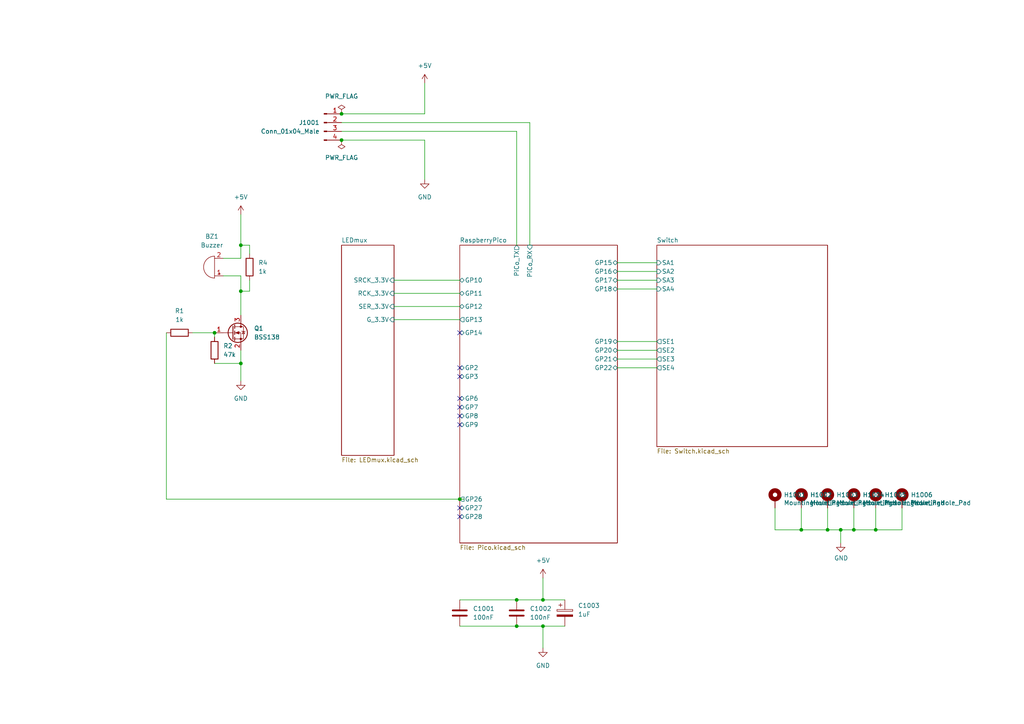
<source format=kicad_sch>
(kicad_sch (version 20211123) (generator eeschema)
  (paper "A4")
  (lib_symbols
    (symbol "Connector:Conn_01x04_Male" (pin_names (offset 1.016) hide)
      (property "Reference" "J1001" (at -1.27 0.0001 0))
      (property "Value" "Conn_01x04_Male" (at -1.27 -2.5399 0))
      (symbol "Conn_01x04_Male_1_1"
        (polyline (pts (xy 1.27 -5.08) (xy 0.8636 -5.08)) (stroke (width 0.1524)))
        (polyline (pts (xy 1.27 -2.54) (xy 0.8636 -2.54)) (stroke (width 0.1524)))
        (polyline (pts (xy 1.27 0) (xy 0.8636 0)) (stroke (width 0.1524)))
        (polyline (pts (xy 1.27 2.54) (xy 0.8636 2.54)) (stroke (width 0.1524)))
        (rectangle (start 0.8636 -4.953) (end 0 -5.207) (stroke (width 0.1524)) (fill (type outline)))
        (rectangle (start 0.8636 -2.413) (end 0 -2.667) (stroke (width 0.1524)) (fill (type outline)))
        (rectangle (start 0.8636 0.127) (end 0 -0.127) (stroke (width 0.1524)) (fill (type outline)))
        (rectangle (start 0.8636 2.667) (end 0 2.413) (stroke (width 0.1524)) (fill (type outline)))
        (pin power_in line (at 5.08 2.54 180) (length 3.81) (name "Pin_1") (number "1"))
        (pin passive line (at 5.08 0 180) (length 3.81) (name "Pin_2") (number "2"))
        (pin passive line (at 5.08 -2.54 180) (length 3.81) (name "Pin_3") (number "3"))
        (pin power_in line (at 5.08 -5.08 180) (length 3.81) (name "Pin_4") (number "4"))
      )
    )
    (symbol "Device:Buzzer" (pin_names (offset 0.0254) hide)
      (property "Reference" "BZ" (at 3.81 1.27 0))
      (property "Value" "Buzzer" (at 3.81 -1.27 0))
      (symbol "Buzzer_0_1"
        (arc (start 0 -3.175) (mid 3.175 0) (end 0 3.175))
        (polyline (pts (xy -1.651 1.905) (xy -1.143 1.905)))
        (polyline (pts (xy -1.397 2.159) (xy -1.397 1.651)))
        (polyline (pts (xy 0 3.175) (xy 0 -3.175)))
      )
      (symbol "Buzzer_1_1"
        (pin passive line (at -2.54 2.54 0) (length 2.54) (name "-") (number "1"))
        (pin passive line (at -2.54 -2.54 0) (length 2.54) (name "+") (number "2"))
      )
    )
    (symbol "Device:C" (pin_numbers hide) (pin_names (offset 0.254))
      (property "Reference" "C" (at 0.635 2.54 0))
      (property "Value" "C" (at 0.635 -2.54 0))
      (symbol "C_0_1"
        (polyline (pts (xy -2.032 -0.762) (xy 2.032 -0.762)) (stroke (width 0.508)))
        (polyline (pts (xy -2.032 0.762) (xy 2.032 0.762)) (stroke (width 0.508)))
      )
      (symbol "C_1_1"
        (pin passive line (at 0 3.81 270) (length 2.794) (name "~") (number "1"))
        (pin passive line (at 0 -3.81 90) (length 2.794) (name "~") (number "2"))
      )
    )
    (symbol "Device:C_Polarized" (pin_numbers hide) (pin_names (offset 0.254))
      (property "Reference" "C" (at 0.635 2.54 0))
      (property "Value" "C_Polarized" (at 0.635 -2.54 0))
      (symbol "C_Polarized_0_1"
        (rectangle (start -2.286 0.508) (end 2.286 1.016))
        (polyline (pts (xy -1.778 2.286) (xy -0.762 2.286)))
        (polyline (pts (xy -1.27 2.794) (xy -1.27 1.778)))
        (rectangle (start 2.286 -0.508) (end -2.286 -1.016) (fill (type outline)))
      )
      (symbol "C_Polarized_1_1"
        (pin passive line (at 0 3.81 270) (length 2.794) (name "~") (number "1"))
        (pin passive line (at 0 -3.81 90) (length 2.794) (name "~") (number "2"))
      )
    )
    (symbol "Device:R" (pin_numbers hide) (pin_names (offset 0))
      (property "Reference" "R" (at 2.032 0 90))
      (property "Value" "R" (at 0 0 90))
      (symbol "R_0_1"
        (rectangle (start -1.016 -2.54) (end 1.016 2.54) (stroke (width 0.254)))
      )
      (symbol "R_1_1"
        (pin passive line (at 0 3.81 270) (length 1.27) (name "~") (number "1"))
        (pin passive line (at 0 -3.81 90) (length 1.27) (name "~") (number "2"))
      )
    )
    (symbol "Mechanical:MountingHole_Pad" (pin_numbers hide) (pin_names (offset 1.016) hide)
      (property "Reference" "H" (at 0 6.35 0))
      (property "Value" "MountingHole_Pad" (at 0 4.445 0))
      (symbol "MountingHole_Pad_0_1"
        (circle (center 0 1.27) (radius 1.27) (stroke (width 1.27)))
      )
      (symbol "MountingHole_Pad_1_1"
        (pin input line (at 0 -2.54 90) (length 2.54) (name "1") (number "1"))
      )
    )
    (symbol "Transistor_FET:BSS138" (pin_names hide)
      (property "Reference" "Q" (at 5.08 1.905 0))
      (property "Value" "BSS138" (at 5.08 0 0))
      (symbol "BSS138_0_1"
        (polyline (pts (xy 0.254 0) (xy -2.54 0)))
        (polyline (pts (xy 0.254 1.905) (xy 0.254 -1.905)) (stroke (width 0.254)))
        (polyline (pts (xy 0.762 -1.27) (xy 0.762 -2.286)) (stroke (width 0.254)))
        (polyline (pts (xy 0.762 0.508) (xy 0.762 -0.508)) (stroke (width 0.254)))
        (polyline (pts (xy 0.762 2.286) (xy 0.762 1.27)) (stroke (width 0.254)))
        (polyline (pts (xy 2.54 2.54) (xy 2.54 1.778)))
        (polyline (pts (xy 2.54 -2.54) (xy 2.54 0) (xy 0.762 0)))
        (polyline (pts (xy 0.762 -1.778) (xy 3.302 -1.778) (xy 3.302 1.778) (xy 0.762 1.778)))
        (polyline (pts (xy 1.016 0) (xy 2.032 0.381) (xy 2.032 -0.381) (xy 1.016 0)) (fill (type outline)))
        (polyline (pts (xy 2.794 0.508) (xy 2.921 0.381) (xy 3.683 0.381) (xy 3.81 0.254)))
        (polyline (pts (xy 3.302 0.381) (xy 2.921 -0.254) (xy 3.683 -0.254) (xy 3.302 0.381)))
        (circle (center 1.651 0) (radius 2.794) (stroke (width 0.254)))
        (circle (center 2.54 -1.778) (radius 0.254) (fill (type outline)))
        (circle (center 2.54 1.778) (radius 0.254) (fill (type outline)))
      )
      (symbol "BSS138_1_1"
        (pin input line (at -5.08 0 0) (length 2.54) (name "G") (number "1"))
        (pin passive line (at 2.54 -5.08 90) (length 2.54) (name "S") (number "2"))
        (pin passive line (at 2.54 5.08 270) (length 2.54) (name "D") (number "3"))
      )
    )
    (symbol "power:+5V" (power) (pin_names (offset 0))
      (property "Value" "+5V" (at 0 3.556 0))
      (symbol "+5V_0_1"
        (polyline (pts (xy -0.762 1.27) (xy 0 2.54)))
        (polyline (pts (xy 0 0) (xy 0 2.54)))
        (polyline (pts (xy 0 2.54) (xy 0.762 1.27)))
      )
      (symbol "+5V_1_1"
        (pin power_in line (at 0 0 90) (length 0) hide (name "+5V") (number "1"))
      )
    )
    (symbol "power:GND" (power) (pin_names (offset 0))
      (property "Value" "GND" (at 0 -3.81 0))
      (symbol "GND_0_1"
        (polyline (pts (xy 0 0) (xy 0 -1.27) (xy 1.27 -1.27) (xy 0 -2.54) (xy -1.27 -1.27) (xy 0 -1.27)))
      )
      (symbol "GND_1_1"
        (pin power_in line (at 0 0 270) (length 0) hide (name "GND") (number "1"))
      )
    )
    (symbol "power:PWR_FLAG" (power) (pin_numbers hide) (pin_names (offset 0) hide)
      (property "Value" "PWR_FLAG" (at 0 3.81 0))
      (symbol "PWR_FLAG_0_0"
        (pin power_out line (at 0 0 90) (length 0) (name "pwr") (number "1"))
      )
      (symbol "PWR_FLAG_0_1"
        (polyline (pts (xy 0 0) (xy 0 1.27) (xy -1.016 1.905) (xy 0 2.54) (xy 1.016 1.905) (xy 0 1.27)))
      )
    )
  )
  (junction (at 243.84 153.67))
  (junction (at 254 153.67))
  (junction (at 247.65 153.67))
  (junction (at 62.23 96.52))
  (junction (at 232.41 153.67))
  (junction (at 149.86 181.61))
  (junction (at 157.48 181.61))
  (junction (at 99.06 40.64))
  (junction (at 149.86 173.99))
  (junction (at 240.03 153.67))
  (junction (at 133.35 144.78))
  (junction (at 99.06 33.02))
  (junction (at 69.85 105.41))
  (junction (at 157.48 173.99))
  (junction (at 69.85 84.455))
  (junction (at 69.85 71.12))
  (no_connect (at 133.35 106.68))
  (no_connect (at 133.35 118.11))
  (no_connect (at 133.35 149.86))
  (no_connect (at 133.35 96.52))
  (no_connect (at 133.35 120.65))
  (no_connect (at 133.35 123.19))
  (no_connect (at 133.35 115.57))
  (no_connect (at 133.35 109.22))
  (no_connect (at 133.35 147.32))
  (wire (pts (xy 69.85 71.12) (xy 69.85 74.93)))
  (wire (pts (xy 232.41 153.67) (xy 240.03 153.67)))
  (wire (pts (xy 64.77 80.01) (xy 69.85 80.01)))
  (wire (pts (xy 243.84 153.67) (xy 243.84 157.48)))
  (wire (pts (xy 48.26 144.78) (xy 48.26 96.52)))
  (wire (pts (xy 69.85 101.6) (xy 69.85 105.41)))
  (wire (pts (xy 179.07 81.28) (xy 190.5 81.28)))
  (wire (pts (xy 224.79 147.32) (xy 224.79 153.67)))
  (wire (pts (xy 149.86 173.99) (xy 157.48 173.99)))
  (wire (pts (xy 99.06 38.1) (xy 149.86 38.1)))
  (wire (pts (xy 62.23 105.41) (xy 69.85 105.41)))
  (wire (pts (xy 123.19 33.02) (xy 123.19 24.13)))
  (wire (pts (xy 72.39 73.66) (xy 72.39 71.12)))
  (wire (pts (xy 254 153.67) (xy 261.62 153.67)))
  (wire (pts (xy 99.06 35.56) (xy 153.67 35.56)))
  (wire (pts (xy 240.03 147.32) (xy 240.03 153.67)))
  (wire (pts (xy 157.48 167.64) (xy 157.48 173.99)))
  (wire (pts (xy 243.84 153.67) (xy 247.65 153.67)))
  (wire (pts (xy 179.07 106.68) (xy 190.5 106.68)))
  (wire (pts (xy 114.3 85.09) (xy 133.35 85.09)))
  (wire (pts (xy 72.39 71.12) (xy 69.85 71.12)))
  (wire (pts (xy 72.39 84.455) (xy 69.85 84.455)))
  (wire (pts (xy 114.3 88.9) (xy 133.35 88.9)))
  (wire (pts (xy 232.41 147.32) (xy 232.41 153.67)))
  (wire (pts (xy 69.85 105.41) (xy 69.85 110.49)))
  (wire (pts (xy 133.35 144.78) (xy 48.26 144.78)))
  (wire (pts (xy 247.65 153.67) (xy 254 153.67)))
  (wire (pts (xy 179.07 78.74) (xy 190.5 78.74)))
  (wire (pts (xy 72.39 81.28) (xy 72.39 84.455)))
  (wire (pts (xy 179.07 76.2) (xy 190.5 76.2)))
  (wire (pts (xy 133.35 173.99) (xy 149.86 173.99)))
  (wire (pts (xy 62.23 96.52) (xy 62.23 97.79)))
  (wire (pts (xy 261.62 153.67) (xy 261.62 147.32)))
  (wire (pts (xy 114.3 92.71) (xy 133.35 92.71)))
  (wire (pts (xy 240.03 153.67) (xy 243.84 153.67)))
  (wire (pts (xy 149.86 181.61) (xy 157.48 181.61)))
  (wire (pts (xy 149.86 38.1) (xy 149.86 71.12)))
  (wire (pts (xy 69.85 62.23) (xy 69.85 71.12)))
  (wire (pts (xy 254 147.32) (xy 254 153.67)))
  (wire (pts (xy 179.07 83.82) (xy 190.5 83.82)))
  (wire (pts (xy 123.19 40.64) (xy 123.19 52.07)))
  (wire (pts (xy 99.06 40.64) (xy 123.19 40.64)))
  (wire (pts (xy 179.07 99.06) (xy 190.5 99.06)))
  (wire (pts (xy 179.07 101.6) (xy 190.5 101.6)))
  (wire (pts (xy 157.48 181.61) (xy 163.83 181.61)))
  (wire (pts (xy 55.88 96.52) (xy 62.23 96.52)))
  (wire (pts (xy 69.85 80.01) (xy 69.85 84.455)))
  (wire (pts (xy 179.07 104.14) (xy 190.5 104.14)))
  (wire (pts (xy 247.65 147.32) (xy 247.65 153.67)))
  (wire (pts (xy 157.48 181.61) (xy 157.48 187.96)))
  (wire (pts (xy 133.35 181.61) (xy 149.86 181.61)))
  (wire (pts (xy 69.85 84.455) (xy 69.85 91.44)))
  (wire (pts (xy 153.67 35.56) (xy 153.67 71.12)))
  (wire (pts (xy 224.79 153.67) (xy 232.41 153.67)))
  (wire (pts (xy 99.06 33.02) (xy 123.19 33.02)))
  (wire (pts (xy 134.62 144.78) (xy 133.35 144.78)))
  (wire (pts (xy 114.3 81.28) (xy 133.35 81.28)))
  (wire (pts (xy 157.48 173.99) (xy 163.83 173.99)))
  (wire (pts (xy 69.85 74.93) (xy 64.77 74.93)))
  (symbol (lib_id "Mechanical:MountingHole_Pad") (at 224.79 144.78 0) (unit 1) (in_bom no)
    (property "Reference" "H1001" (at 227.33 143.5354 0) (effects (justify left)))
    (property "Value" "MountingHole_Pad" (at 227.33 145.8468 0) (effects (justify left)))
    (property "Footprint" "MountingHole:MountingHole_3.5mm_Pad_Via" (effects hide))
  )
  (symbol (lib_id "Mechanical:MountingHole_Pad") (at 232.41 144.78 0) (unit 1) (in_bom no)
    (property "Reference" "H1002" (at 234.95 143.5354 0) (effects (justify left)))
    (property "Value" "MountingHole_Pad" (at 234.95 145.8468 0) (effects (justify left)))
    (property "Footprint" "MountingHole:MountingHole_3.5mm_Pad_Via" (effects hide))
  )
  (symbol (lib_id "Mechanical:MountingHole_Pad") (at 240.03 144.78 0) (unit 1) (in_bom no)
    (property "Reference" "H1003" (at 242.57 143.5354 0) (effects (justify left)))
    (property "Value" "MountingHole_Pad" (at 242.57 145.8468 0) (effects (justify left)))
    (property "Footprint" "MountingHole:MountingHole_3.5mm_Pad_Via" (effects hide))
  )
  (symbol (lib_id "Mechanical:MountingHole_Pad") (at 247.65 144.78 0) (unit 1) (in_bom no)
    (property "Reference" "H1004" (at 250.19 143.5354 0) (effects (justify left)))
    (property "Value" "MountingHole_Pad" (at 250.19 145.8468 0) (effects (justify left)))
    (property "Footprint" "MountingHole:MountingHole_3.5mm_Pad_Via" (effects hide))
  )
  (symbol (lib_id "Mechanical:MountingHole_Pad") (at 254 144.78 0) (unit 1)
    (property "Reference" "H1005" (at 256.54 143.5354 0) (effects (justify left)))
    (property "Value" "MountingHole_Pad" (at 256.54 145.8468 0) (effects (justify left)))
    (property "Footprint" "MountingHole:MountingHole_3.5mm_Pad_Via" (effects hide))
  )
  (symbol (lib_id "Mechanical:MountingHole_Pad") (at 261.62 144.78 0) (unit 1) (in_bom no)
    (property "Reference" "H1006" (at 264.16 143.5354 0) (effects (justify left)))
    (property "Value" "MountingHole_Pad" (at 264.16 145.8468 0) (effects (justify left)))
    (property "Footprint" "MountingHole:MountingHole_3.5mm_Pad_Via" (effects hide))
  )
  (symbol (lib_id "power:GND") (at 243.84 157.48 0) (unit 1)
    (property "Reference" "#PWR01003" (effects hide))
    (property "Value" "GND" (at 243.967 161.8742 0))
  )
  (symbol (lib_id "Device:R") (at 62.23 101.6 0) (unit 1)
    (property "Reference" "R2" (at 64.77 100.3299 0) (effects (justify left)))
    (property "Value" "47k" (at 64.77 102.8699 0) (effects (justify left)))
    (property "Footprint" "Resistor_SMD:R_0805_2012Metric_Pad1.20x1.40mm_HandSolder" (effects hide))
    (property "LCSC Part" "C17713" (effects hide))
  )
  (symbol (lib_id "Device:C") (at 133.35 177.8 0) (unit 1)
    (property "Reference" "C1001" (at 137.16 176.5299 0) (effects (justify left)))
    (property "Value" "100nF" (at 137.16 179.0699 0) (effects (justify left)))
    (property "Footprint" "Capacitor_SMD:C_0805_2012Metric_Pad1.18x1.45mm_HandSolder" (effects hide))
    (property "LCSC Part" "C49678" (effects hide))
  )
  (symbol (lib_id "power:GND") (at 123.19 52.07 0) (unit 1)
    (property "Reference" "#PWR01002" (effects hide))
    (property "Value" "GND" (at 123.19 57.15 0))
  )
  (symbol (lib_id "Transistor_FET:BSS138") (at 67.31 96.52 0) (unit 1)
    (property "Reference" "Q1" (at 73.66 95.2499 0) (effects (justify left)))
    (property "Value" "BSS138" (at 73.66 97.7899 0) (effects (justify left)))
    (property "Footprint" "Package_TO_SOT_SMD:SOT-23" (effects hide))
    (property "Datasheet" "https://www.onsemi.com/pub/Collateral/BSS138-D.PDF" (effects hide))
    (property "LCSC Part" "C3040446" (effects hide))
  )
  (symbol (lib_id "power:+5V") (at 69.85 62.23 0) (unit 1)
    (property "Reference" "#PWR01" (effects hide))
    (property "Value" "+5V" (at 69.85 57.15 0))
  )
  (symbol (lib_id "Device:C_Polarized") (at 163.83 177.8 0) (unit 1)
    (property "Reference" "C1003" (at 167.64 175.6409 0) (effects (justify left)))
    (property "Value" "1uF" (at 167.64 178.1809 0) (effects (justify left)))
    (property "Footprint" "Capacitor_SMD:C_0805_2012Metric_Pad1.18x1.45mm_HandSolder" (effects hide))
    (property "LCSC Part" "C28323" (effects hide))
  )
  (symbol (lib_id "power:GND") (at 69.85 110.49 0) (unit 1)
    (property "Reference" "#PWR0104" (effects hide))
    (property "Value" "GND" (at 69.85 115.57 0))
  )
  (symbol (lib_id "power:+5V") (at 123.19 24.13 0) (unit 1)
    (property "Reference" "#PWR01001" (effects hide))
    (property "Value" "+5V" (at 123.19 19.05 0))
  )
  (symbol (lib_id "power:+5V") (at 157.48 167.64 0) (unit 1)
    (property "Reference" "#PWR01004" (effects hide))
    (property "Value" "+5V" (at 157.48 162.56 0))
  )
  (symbol (lib_id "Device:Buzzer") (at 62.23 77.47 180) (unit 1)
    (property "Reference" "BZ1" (at 61.468 68.58 0))
    (property "Value" "Buzzer" (at 61.468 71.12 0))
    (property "Footprint" "Buzzer_Beeper:Buzzer_12x9.5RM7.6" (effects hide))
    (property "LCSC Part" "C96491" (effects hide))
  )
  (symbol (lib_id "power:PWR_FLAG") (at 99.06 40.64 0) (mirror x) (unit 1)
    (property "Reference" "#FLG0102" (effects hide))
    (property "Value" "PWR_FLAG" (at 99.06 45.72 0))
  )
  (symbol (lib_id "power:PWR_FLAG") (at 99.06 33.02 0) (unit 1)
    (property "Reference" "#FLG0101" (effects hide))
    (property "Value" "PWR_FLAG" (at 99.06 27.94 0))
  )
  (symbol (lib_id "Device:R") (at 52.07 96.52 90) (unit 1)
    (property "Reference" "R1" (at 52.07 90.17 90))
    (property "Value" "1k" (at 52.07 92.71 90))
    (property "Footprint" "Resistor_SMD:R_0805_2012Metric_Pad1.20x1.40mm_HandSolder" (effects hide))
    (property "LCSC Part" "C17513" (effects hide))
  )
  (symbol (lib_id "Device:C") (at 149.86 177.8 0) (unit 1)
    (property "Reference" "C1002" (at 153.67 176.5299 0) (effects (justify left)))
    (property "Value" "100nF" (at 153.67 179.0699 0) (effects (justify left)))
    (property "Footprint" "Capacitor_SMD:C_0805_2012Metric_Pad1.18x1.45mm_HandSolder" (effects hide))
    (property "LCSC Part" "C49678" (effects hide))
  )
  (symbol (lib_id "Connector:Conn_01x04_Male") (at 93.98 35.56 0) (unit 1)
    (property "Reference" "J1001" (at 92.71 35.5599 0) (effects (justify right)))
    (property "Value" "Conn_01x04_Male" (at 92.71 38.0999 0) (effects (justify right)))
    (property "Footprint" "Connector_JST:JST_XH_B4B-XH-A_1x04_P2.50mm_Vertical" (effects hide))
    (property "LCSC Part" "C2908602" (effects hide))
  )
  (symbol (lib_id "power:GND") (at 157.48 187.96 0) (unit 1)
    (property "Reference" "#PWR01005" (effects hide))
    (property "Value" "GND" (at 157.48 193.04 0))
  )
  (symbol (lib_id "Device:R") (at 72.39 77.47 180) (unit 1)
    (property "Reference" "R4" (at 74.93 76.1999 0) (effects (justify right)))
    (property "Value" "1k" (at 74.93 78.7399 0) (effects (justify right)))
    (property "Footprint" "Resistor_SMD:R_0805_2012Metric_Pad1.20x1.40mm_HandSolder" (effects hide))
    (property "LCSC Part" "C17513" (effects hide))
  )
  (sheet (at 190.5 71.12) (size 49.53 58.42) (stroke (width 0.1524))
    (property "Sheet name" "Switch" (at 190.5 70.4084 0) (effects (justify left bottom)))
    (property "Sheet file" "Switch.kicad_sch" (at 190.5 130.1246 0) (effects (justify left top)))
    (pin "SA3" input (at 190.5 81.28 180))
    (pin "SA4" input (at 190.5 83.82 180))
    (pin "SE3" output (at 190.5 104.14 180))
    (pin "SE2" output (at 190.5 101.6 180))
    (pin "SE4" output (at 190.5 106.68 180))
    (pin "SE1" output (at 190.5 99.06 180))
    (pin "SA2" input (at 190.5 78.74 180))
    (pin "SA1" input (at 190.5 76.2 180))
  )
  (sheet (at 133.35 71.12) (size 45.72 86.36) (stroke (width 0.1524))
    (property "Sheet name" "RaspberryPico" (at 133.35 70.4084 0) (effects (justify left bottom)))
    (property "Sheet file" "Pico.kicad_sch" (at 133.35 158.0646 0) (effects (justify left top)))
    (pin "GP16" bidirectional (at 179.07 78.74 0))
    (pin "GP17" bidirectional (at 179.07 81.28 0))
    (pin "GP18" bidirectional (at 179.07 83.82 0))
    (pin "GP19" bidirectional (at 179.07 99.06 0))
    (pin "GP20" bidirectional (at 179.07 101.6 0))
    (pin "GP21" bidirectional (at 179.07 104.14 0))
    (pin "GP22" bidirectional (at 179.07 106.68 0))
    (pin "GP11" bidirectional (at 133.35 85.09 180))
    (pin "GP12" bidirectional (at 133.35 88.9 180))
    (pin "GP15" bidirectional (at 179.07 76.2 0))
    (pin "PiCo_TX" output (at 149.86 71.12 90))
    (pin "GP10" bidirectional (at 133.35 81.28 180))
    (pin "PiCo_RX" input (at 153.67 71.12 90))
    (pin "GP26" output (at 133.35 144.78 180))
    (pin "GP28" bidirectional (at 133.35 149.86 180))
    (pin "GP27" bidirectional (at 133.35 147.32 180))
    (pin "GP13" output (at 133.35 92.71 180))
    (pin "GP14" bidirectional (at 133.35 96.52 180))
    (pin "GP2" bidirectional (at 133.35 106.68 180))
    (pin "GP3" bidirectional (at 133.35 109.22 180))
    (pin "GP7" bidirectional (at 133.35 118.11 180))
    (pin "GP6" bidirectional (at 133.35 115.57 180))
    (pin "GP9" bidirectional (at 133.35 123.19 180))
    (pin "GP8" bidirectional (at 133.35 120.65 180))
  )
  (sheet (at 99.06 71.12) (size 15.24 60.96) (stroke (width 0.1524))
    (property "Sheet name" "LEDmux" (at 99.06 70.4084 0) (effects (justify left bottom)))
    (property "Sheet file" "LEDmux.kicad_sch" (at 99.06 132.6646 0) (effects (justify left top)))
    (pin "RCK_3.3V" input (at 114.3 85.09 0))
    (pin "SRCK_3.3V" input (at 114.3 81.28 0))
    (pin "SER_3.3V" input (at 114.3 88.9 0))
    (pin "G_3.3V" input (at 114.3 92.71 0))
  )
)
</source>
